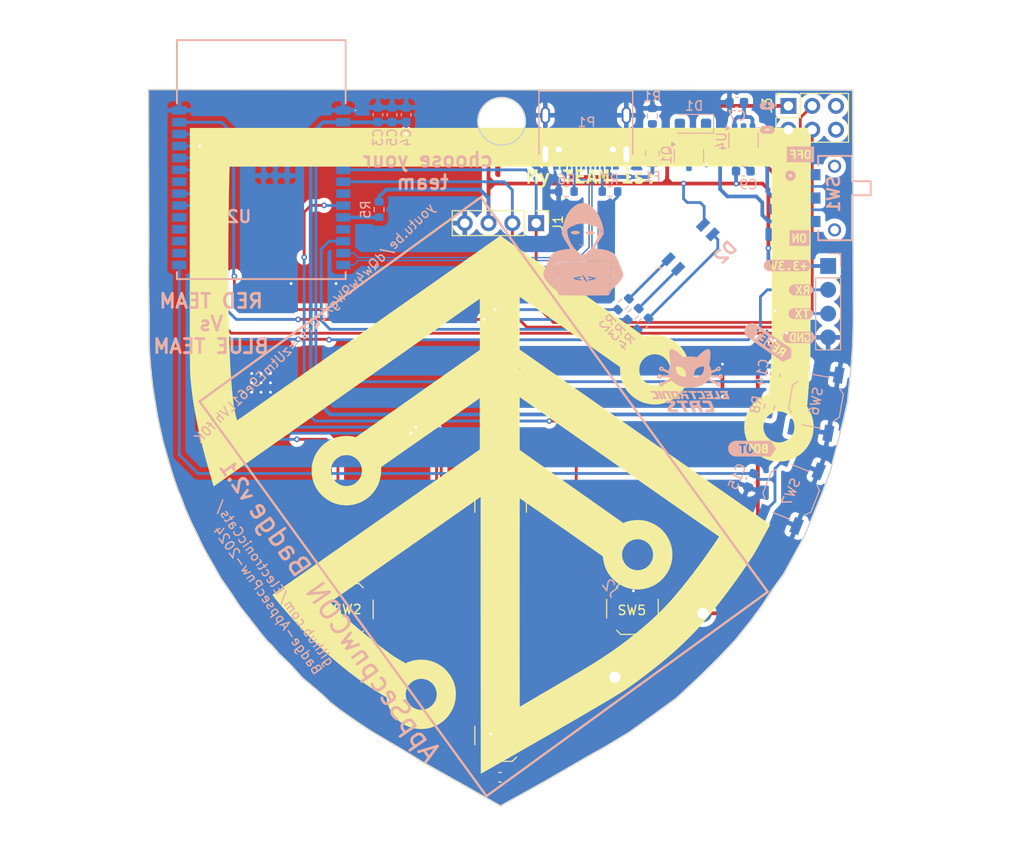
<source format=kicad_pcb>
(kicad_pcb (version 20240108) (generator "pcbnew") (generator_version "8.0")
  (title_block (title "AppsecPnw-2024") (date "2024-04-10") (rev "v2.0") (company "Electronic Cats") (comment 1 "Lizeth Gallegos Martínez"))
  (layers (0 "F.Cu" signal "Top") (31 "B.Cu" signal "Bottom") (34 "B.Paste" user) (35 "F.Paste" user) (36 "B.SilkS" user "B.Silkscreen") (37 "F.SilkS" user "F.Silkscreen") (38 "B.Mask" user) (39 "F.Mask" user) (44 "Edge.Cuts" user))
  (net 0 "")
  (net 1 "GND")
  (net 2 "+3V3")
  (net 3 "Net-(SW1-B)")
  (net 4 "/BACK")
  (net 5 "/DOWN")
  (net 6 "/UP")
  (net 7 "/SELECT")
  (net 8 "/EN")
  (net 9 "/BOOT")
  (net 10 "Net-(D1-K)")
  (net 11 "VBUS")
  (net 12 "Net-(F1-Pad1)")
  (net 13 "/SDA")
  (net 14 "/SCL")
  (net 15 "/TX")
  (net 16 "/RX")
  (net 17 "+BATT")
  (net 18 "Net-(P1-CC)")
  (net 19 "Net-(P1-VCONN)")
  (net 21 "/D-")
  (net 22 "/D+")
  (net 23 "Net-(D2-RK)")
  (net 24 "Net-(D2-GK)")
  (net 25 "Net-(D2-BK)")
  (net 28 "/RED")
  (net 29 "/GREEN")
  (net 30 "/BLUE")
  (net 40 "/IO8")
  (footprint "Capacitor_SMD:C_0603_1608Metric" (layer "F.Cu") (at 185.3 91.45)
    (property "Reference" "C10")
    (property "Value" ".1uF")
  )
  (footprint "Capacitor_SMD:C_0603_1608Metric" (layer "F.Cu") (at 215.375 91.1)
    (property "Reference" "C13" (hide yes))
    (property "Value" ".1uF")
  )
  (footprint "Capacitor_SMD:C_0603_1608Metric" (layer "F.Cu") (at 201.175 80.175)
    (property "Reference" "C12")
    (property "Value" ".1uF")
  )
  (footprint "Button_Switch_SMD:SW_SPST_TL3342" (layer "F.Cu") (at 215.42 87.1)
    (property "Reference" "SW5")
    (property "Value" "RIGTH")
  )
  (footprint "Capacitor_SMD:C_0603_1608Metric" (layer "F.Cu") (at 201.275 105.1)
    (property "Reference" "C11" (hide yes))
    (property "Value" ".1uF")
  )
  (footprint "Badge pnwcon" (layer "F.Cu") (at 198.685 67.275)
    (property "Reference" "Ref**" (hide yes))
    (property "Value" "Val**" (hide yes))
  )
  (footprint "Button_Switch_SMD:SW_SPST_TL3342" (layer "F.Cu") (at 201.36 100.65)
    (property "Reference" "SW3")
    (property "Value" "DOWN")
  )
  (footprint "Connector_PinSocket_2.54mm:PinSocket_2x03_P2.54mm_Vertical" (layer "F.Cu") (at 232.06 33.435 90)
    (property "Reference" "J3")
    (property "Value" "Conn_02x03_Odd_Even")
  )
  (footprint "Button_Switch_SMD:SW_SPST_TL3342" (layer "F.Cu") (at 185.01 87.18)
    (property "Reference" "SW2")
    (property "Value" "LEFT")
  )
  (footprint "Button_Switch_SMD:SW_SPST_TL3342" (layer "F.Cu") (at 201.36 75.82)
    (property "Reference" "SW4")
    (property "Value" "UP")
  )
  (footprint "Footprints:Display OLED 128 x32" (layer "F.Cu") (at 205.15 45.95 -90)
    (property "Reference" "J1")
    (property "Value" "OLED")
  )
  (footprint "Footprints:BAT-TH_BH-AAA-A1AJ024" (layer "B.Cu") (at 218.241581 91.009203 -54)
    (property "Reference" "J2")
    (property "Value" "Battery" (hide yes))
  )
  (footprint "kibuzzard-6616FF4C" (layer "B.Cu") (at 229.93 58.67 145)
    (property "Reference" "kibuzzard-6616FF4C" (hide yes))
    (property "Value" "G***" (hide yes))
  )
  (footprint "Package_TO_SOT_SMD:SOT-23-5" (layer "B.Cu") (at 227.275 37.0875 -90)
    (property "Reference" "U4")
    (property "Value" "AP2112K-3.3")
  )
  (footprint "kibuzzard-663AC028" (layer "B.Cu") (at 231.98 50.48 180)
    (property "Reference" "kibuzzard-663AC028" (hide yes))
    (property "Value" "G***" (hide yes))
  )
  (footprint "Capacitor_SMD:C_0603_1608Metric" (layer "B.Cu") (at 188.275 34.375 90)
    (property "Reference" "C3")
    (property "Value" "1uF")
  )
  (footprint "Capacitor_SMD:C_0603_1608Metric" (layer "B.Cu") (at 227.25 40.4)
    (property "Reference" "C9")
    (property "Value" "10uF")
  )
  (footprint "kibuzzard-6617003A" (layer "B.Cu") (at 233.35 38.61 180)
    (property "Reference" "kibuzzard-6617003A" (hide yes))
    (property "Value" "G***" (hide yes))
  )
  (footprint "Footprints:AAA3528SURKCGKC09" (layer "B.Cu") (at 221.625825 48.47387 -135)
    (property "Reference" "D2")
    (property "Value" "LED_RABG" (hide yes))
  )
  (footprint "Resistor_SMD:R_0603_1608Metric" (layer "B.Cu") (at 188.39 44.5 -90)
    (property "Reference" "R5")
    (property "Value" "3.3K")
  )
  (footprint "Capacitor_SMD:C_0603_1608Metric" (layer "B.Cu") (at 189.775 34.375 90)
    (property "Reference" "C5")
    (property "Value" "10uF")
  )
  (footprint "Capacitor_SMD:C_0603_1608Metric" (layer "B.Cu") (at 230.65674 62.112466 -100)
    (property "Reference" "C14")
    (property "Value" ".1uF")
  )
  (footprint "kibuzzard-66170030" (layer "B.Cu") (at 233.24 47.54 180)
    (property "Reference" "kibuzzard-66170030" (hide yes))
    (property "Value" "G***" (hide yes))
  )
  (footprint "kibuzzard-660EEDFA" (layer "B.Cu") (at 229.8 35.98 180)
    (property "Reference" "kibuzzard-660EEDFA" (hide yes))
    (property "Value" "G***" (hide yes))
  )
  (footprint "Diode_SMD:D_SOD-123F" (layer "B.Cu") (at 221.875 35.345 180)
    (property "Reference" "D1")
    (property "Value" "MBR120")
  )
  (footprint "Button_Switch_SMD:SW_SPST_TL3342" (layer "B.Cu") (at 235 64.95 80)
    (property "Reference" "SW6")
    (property "Value" "RESET")
  )
  (footprint "Aesthetics:electronic_cats_logo_8x6" (layer "B.Cu") (at 221.56 62.76 180)
    (property "Reference" "G***" (hide yes))
    (property "Value" "LOGO" (hide yes))
  )
  (footprint "Resistor_SMD:R_0603_1608Metric" (layer "B.Cu") (at 215.500825 55.64887 45)
    (property "Reference" "R3")
    (property "Value" "330")
  )
  (footprint "LOGO" (layer "B.Cu") (at 210.46 49.04 180)
    (property "Reference" "G***")
    (property "Value" "LOGO" (hide yes))
  )
  (footprint "kibuzzard-660EECB7" (layer "B.Cu") (at 229.8 33.43 180)
    (property "Reference" "kibuzzard-660EECB7" (hide yes))
    (property "Value" "G***" (hide yes))
  )
  (footprint "Capacitor_SMD:C_0603_1608Metric" (layer "B.Cu") (at 191.275 34.375 90)
    (property "Reference" "C4")
    (property "Value" "10uF")
  )
  (footprint "Capacitor_SMD:C_0603_1608Metric" (layer "B.Cu") (at 228.05 73.4 68)
    (property "Reference" "C15")
    (property "Value" ".1uF")
  )
  (footprint "Resistor_SMD:R_0603_1608Metric" (layer "B.Cu") (at 216.55 56.7 45)
    (property "Reference" "R4")
    (property "Value" "330")
  )
  (footprint "Resistor_SMD:R_0603_1608Metric" (layer "B.Cu") (at 217.55 34.525 90)
    (property "Reference" "R1")
    (property "Value" "100K")
  )
  (footprint "Button_Switch_SMD:SW_SPST_TL3342" (layer "B.Cu") (at 232.35 74.65 68)
    (property "Reference" "SW7")
    (property "Value" "BOOT")
  )
  (footprint "Resistor_SMD:R_0603_1608Metric" (layer "B.Cu") (at 230.03174 65.562466 -100)
    (property "Reference" "R8")
    (property "Value" "10K")
  )
  (footprint "Footprints:C393939" (layer "B.Cu") (at 210.449999 38.5875)
    (property "Reference" "P1")
    (property "Value" "USB_C_Plug_USB2.0")
  )
  (footprint "Footprints:ESP32C6WROOM1N4" (layer "B.Cu") (at 175.825 39.17 180)
    (property "Reference" "U2")
    (property "Value" "ESP32-C6-WROOM-1-N4" (hide yes))
  )
  (footprint "Fuse:Fuse_0805_2012Metric" (layer "B.Cu") (at 217.55 38.525 90)
    (property "Reference" "F1")
    (property "Value" "1A")
  )
  (footprint "Resistor_SMD:R_0603_1608Metric" (layer "B.Cu") (at 213.025 42.575 180)
    (property "Reference" "R7")
    (property "Value" "5k1")
  )
  (footprint "kibuzzard-663AC054" (layer "B.Cu") (at 233.23 58.15 180)
    (property "Reference" "kibuzzard-663AC054" (hide yes))
    (property "Value" "G***" (hide yes))
  )
  (footprint "Footprints:JS102011SAQN" (layer "B.Cu") (at 235.237075 43.275 -90)
    (property "Reference" "SW1")
    (property "Value" "ON" (hide yes))
  )
  (footprint "Resistor_SMD:R_0603_1608Metric" (layer "B.Cu") (at 208.375 42.575)
    (property "Reference" "R6")
    (property "Value" "5k1")
  )
  (footprint "Resistor_SMD:R_0603_1608Metric" (layer "B.Cu") (at 214.45 54.6 45)
    (property "Reference" "R2")
    (property "Value" "330")
  )
  (footprint "kibuzzard-663AC038" (layer "B.Cu") (at 233.45 53.07 180)
    (property "Reference" "kibuzzard-663AC038" (hide yes))
    (property "Value" "G***" (hide yes))
  )
  (footprint "kibuzzard-6616FF56" (layer "B.Cu") (at 228.19 70.02 180)
    (property "Reference" "kibuzzard-6616FF56" (hide yes))
    (property "Value" "G***" (hide yes))
  )
  (footprint "Capacitor_SMD:C_0603_1608Metric" (layer "B.Cu") (at 226.55 33.05 180)
    (property "Reference" "C7")
    (property "Value" "10uF")
  )
  (footprint "Package_TO_SOT_SMD:SOT-23" (layer "B.Cu") (at 221.45 38.7125 -90)
    (property "Reference" "Q1")
    (property "Value" "DMG3415U-7")
  )
  (footprint "kibuzzard-663AC049" (layer "B.Cu") (at 233.43 55.61 180)
    (property "Reference" "kibuzzard-663AC049" (hide yes))
    (property "Value" "G***" (hide yes))
  )
  (footprint "Footprints:PinHeader_1x04_P2.54mm_Vertical" (layer "B.Cu") (at 236.3 50.525 180)
    (property "Reference" "J5" (hide yes))
    (property "Value" "UART")
  )
  (gr_line (start 237.94 66.915) (end 236.53 72.425) (stroke (width 0.15)) (layer "Edge.Cuts"))
  (gr_line (start 172.74 85.635) (end 171.53 83.885) (stroke (width 0.15)) (layer "Edge.Cuts"))
  (gr_line (start 238.98 56.455) (end 238.93 58.695) (stroke (width 0.15)) (layer "Edge.Cuts"))
  (gr_line (start 168.03 77.135) (end 167.66 76.295) (stroke (width 0.15)) (layer "Edge.Cuts"))
  (gr_line (start 171.53 83.885) (end 170.72 82.455) (stroke (width 0.15)) (layer "Edge.Cuts"))
  (gr_circle (center 201.469297 35.075) (end 204.009297 35.075) (stroke (width 0.15)) (fill none) (layer "Edge.Cuts"))
  (gr_line (start 238.92 31.745) (end 238.98 56.455) (stroke (width 0.15)) (layer "Edge.Cuts"))
  (gr_line (start 210.89 102.745) (end 206.02 105.565) (stroke (width 0.15)) (layer "Edge.Cuts"))
  (gr_line (start 169.54 80.355) (end 168.94 79.065) (stroke (width 0.15)) (layer "Edge.Cuts"))
  (gr_line (start 238.93 58.695) (end 238.79 60.835) (stroke (width 0.15)) (layer "Edge.Cuts"))
  (gr_line (start 163.79 31.695) (end 238.92 31.745) (stroke (width 0.15)) (layer "Edge.Cuts"))
  (gr_line (start 229.25 86.755) (end 228.05 88.385) (stroke (width 0.15)) (layer "Edge.Cuts"))
  (gr_line (start 215.12 100.265) (end 212.44 101.885) (stroke (width 0.15)) (layer "Edge.Cuts"))
  (gr_line (start 180.25 94.525) (end 178.92 93.055) (stroke (width 0.15)) (layer "Edge.Cuts"))
  (gr_line (start 181.31 95.405) (end 180.25 94.525) (stroke (width 0.15)) (layer "Edge.Cuts"))
  (gr_line (start 177.01 91.085) (end 176.48 90.565) (stroke (width 0.15)) (layer "Edge.Cuts"))
  (gr_line (start 175.91 89.895) (end 175.12 88.865) (stroke (width 0.15)) (layer "Edge.Cuts"))
  (gr_line (start 170.1 81.385) (end 169.54 80.355) (stroke (width 0.15)) (layer "Edge.Cuts"))
  (gr_line (start 176.48 90.565) (end 175.91 89.895) (stroke (width 0.15)) (layer "Edge.Cuts"))
  (gr_line (start 166.12 71.955) (end 165.93 71.325) (stroke (width 0.15)) (layer "Edge.Cuts"))
  (gr_line (start 164.23 63.295) (end 164.13 62.405) (stroke (width 0.15)) (layer "Edge.Cuts"))
  (gr_line (start 163.86 59.015) (end 163.86 55.925) (stroke (width 0.15)) (layer "Edge.Cuts"))
  (gr_line (start 228.05 88.385) (end 226.39 90.455) (stroke (width 0.15)) (layer "Edge.Cuts"))
  (gr_line (start 177.7 91.885) (end 177.01 91.085) (stroke (width 0.15)) (layer "Edge.Cuts"))
  (gr_line (start 224.6 92.355) (end 222.68 94.255) (stroke (width 0.15)) (layer "Edge.Cuts"))
  (gr_line (start 167.22 75.095) (end 166.98 74.545) (stroke (width 0.15)) (layer "Edge.Cuts"))
  (gr_line (start 165.34 69.225) (end 165.12 68.235) (stroke (width 0.15)) (layer "Edge.Cuts"))
  (gr_line (start 165.12 68.235) (end 165.01 67.785) (stroke (width 0.15)) (layer "Edge.Cuts"))
  (gr_line (start 234.03 78.725) (end 233.5 79.845) (stroke (width 0.15)) (layer "Edge.Cuts"))
  (gr_line (start 164.76 66.575) (end 164.55 65.325) (stroke (width 0.15)) (layer "Edge.Cuts"))
  (gr_line (start 165.01 67.785) (end 164.76 66.575) (stroke (width 0.15)) (layer "Edge.Cuts"))
  (gr_line (start 163.86 55.925) (end 163.81 52.015) (stroke (width 0.15)) (layer "Edge.Cuts"))
  (gr_line (start 220.11 96.655) (end 218.17 98.065) (stroke (width 0.15)) (layer "Edge.Cuts"))
  (gr_line (start 196.1 105.195) (end 192.9 103.395) (stroke (width 0.15)) (layer "Edge.Cuts"))
  (gr_line (start 183.14 97.065) (end 182.38 96.325) (stroke (width 0.15)) (layer "Edge.Cuts"))
  (gr_line (start 212.44 101.885) (end 210.89 102.745) (stroke (width 0.15)) (layer "Edge.Cuts"))
  (gr_line (start 166.98 74.545) (end 166.63 73.565) (stroke (width 0.15)) (layer "Edge.Cuts"))
  (gr_line (start 235.61 74.895) (end 234.03 78.725) (stroke (width 0.15)) (layer "Edge.Cuts"))
  (gr_line (start 165.65 70.345) (end 165.34 69.225) (stroke (width 0.15)) (layer "Edge.Cuts"))
  (gr_line (start 170.72 82.455) (end 170.1 81.385) (stroke (width 0.15)) (layer "Edge.Cuts"))
  (gr_line (start 168.29 77.755) (end 168.03 77.135) (stroke (width 0.15)) (layer "Edge.Cuts"))
  (gr_line (start 187.64 100.235) (end 186.26 99.335) (stroke (width 0.15)) (layer "Edge.Cuts"))
  (gr_line (start 192.9 103.395) (end 191.58 102.565) (stroke (width 0.15)) (layer "Edge.Cuts"))
  (gr_line (start 236.53 72.425) (end 235.61 74.895) (stroke (width 0.15)) (layer "Edge.Cuts"))
  (gr_line (start 238.79 60.835) (end 238.38 64.935) (stroke (width 0.15)) (layer "Edge.Cuts"))
  (gr_line (start 233.5 79.845) (end 231.55 83.405) (stroke (width 0.15)) (layer "Edge.Cuts"))
  (gr_line (start 168.94 79.065) (end 168.29 77.755) (stroke (width 0.15)) (layer "Edge.Cuts"))
  (gr_line (start 167.66 76.295) (end 167.48 75.795) (stroke (width 0.15)) (layer "Edge.Cuts"))
  (gr_line (start 167.48 75.795) (end 167.22 75.095) (stroke (width 0.15)) (layer "Edge.Cuts"))
  (gr_line (start 206.02 105.565) (end 201.35 108.155) (stroke (width 0.15)) (layer "Edge.Cuts"))
  (gr_line (start 238.38 64.935) (end 237.94 66.915) (stroke (width 0.15)) (layer "Edge.Cuts"))
  (gr_line (start 222.68 94.255) (end 220.11 96.655) (stroke (width 0.15)) (layer "Edge.Cuts"))
  (gr_line (start 201.35 108.155) (end 196.1 105.195) (stroke (width 0.15)) (layer "Edge.Cuts"))
  (gr_line (start 230.31 85.125) (end 229.25 86.755) (stroke (width 0.15)) (layer "Edge.Cuts"))
  (gr_line (start 226.39 90.455) (end 224.6 92.355) (stroke (width 0.15)) (layer "Edge.Cuts"))
  (gr_line (start 175.12 88.865) (end 173.53 86.845) (stroke (width 0.15)) (layer "Edge.Cuts"))
  (gr_line (start 166.33 72.675) (end 166.12 71.955) (stroke (width 0.15)) (layer "Edge.Cuts"))
  (gr_line (start 218.17 98.065) (end 215.12 100.265) (stroke (width 0.15)) (layer "Edge.Cuts"))
  (gr_line (start 186.26 99.335) (end 184.39 98.035) (stroke (width 0.15)) (layer "Edge.Cuts"))
  (gr_line (start 165.93 71.325) (end 165.65 70.345) (stroke (width 0.15)) (layer "Edge.Cuts"))
  (gr_line (start 191.58 102.565) (end 187.64 100.235) (stroke (width 0.15)) (layer "Edge.Cuts"))
  (gr_line (start 184.39 98.035) (end 183.14 97.065) (stroke (width 0.15)) (layer "Edge.Cuts"))
  (gr_line (start 164.13 62.405) (end 163.98 60.875) (stroke (width 0.15)) (layer "Edge.Cuts"))
  (gr_line (start 163.98 60.875) (end 163.86 59.015) (stroke (width 0.15)) (layer "Edge.Cuts"))
  (gr_line (start 178.92 93.055) (end 177.7 91.885) (stroke (width 0.15)) (layer "Edge.Cuts"))
  (gr_line (start 163.81 52.015) (end 163.83 47.975) (stroke (width 0.15)) (layer "Edge.Cuts"))
  (gr_line (start 173.53 86.845) (end 172.74 85.635) (stroke (width 0.15)) (layer "Edge.Cuts"))
  (gr_line (start 164.55 65.325) (end 164.23 63.295) (stroke (width 0.15)) (layer "Edge.Cuts"))
  (gr_line (start 163.83 47.975) (end 163.79 31.695) (stroke (width 0.15)) (layer "Edge.Cuts"))
  (gr_line (start 231.55 83.405) (end 230.31 85.125) (stroke (width 0.15)) (layer "Edge.Cuts"))
  (gr_line (start 182.38 96.325) (end 181.31 95.405) (stroke (width 0.15)) (layer "Edge.Cuts"))
  (gr_line (start 166.63 73.565) (end 166.33 72.675) (stroke (width 0.15)) (layer "Edge.Cuts"))
  (gr_text "RED TEAM\nVs\nBLUE TEAM" (at 170.47 56.68 0) (layer "B.SilkS") (effects (font (size 1.5 1.5) (thickness 0.3)) (justify mirror)))
  (gr_text "github.com/ElectronicCats/\nBadge-AppsecPnw-2024" (at 181.53 94.4 305) (layer "B.SilkS") (effects (font (size 1 1)) (justify left bottom mirror)))
  (gr_text "AppSecpnwCON Badge" (at 184.69 89.49 305) (layer "B.SilkS") (effects (font (size 2 2) (thickness 0.3)) (justify mirror)))
  (gr_text "choose your \nteam" (at 193.03 42.47 0) (layer "B.SilkS") (effects (font (size 1.5 1.5) (thickness 0.3) (bold yes)) (justify bottom mirror)))
  (gr_text "youtu.be/dQw4w9WgXcQ?si=zUtmE9e61LVhIf0K" (at 194.53 44.42 45) (layer "B.SilkS") (effects (font (size 1 1)) (justify left bottom mirror)))
  (gr_text "v2.1" (at 173.27 73.47 305) (layer "B.SilkS") (effects (font (size 1.5 1.5) (thickness 0.3)) (justify mirror)))
  (gr_text "My TEAM is:" (at 204.13 41.99 0) (layer "F.SilkS") (effects (font (size 1.5 1.5) (thickness 0.3) (bold yes)) (justify left bottom)))
  (segment (start 225 64.475) (end 225.025 64.45) (width 0.4) (layer "F.Cu") (net 1))
  (segment (start 215.525 85.2) (end 218.57 85.2) (width 0.3) (layer "F.Cu") (net 1))
  (segment (start 225.025 64.45) (end 225.025 61) (width 0.4) (layer "F.Cu") (net 1))
  (segment (start 214.6 91.1) (end 214.6 93.36764) (width 0.3) (layer "F.Cu") (net 1))
  (segment (start 214.6 93.36764) (end 213.549283 94.418357) (width 0.3) (layer "F.Cu") (net 1))
  (segment (start 204.51 73.92) (end 198.21 73.92) (width 0.3) (layer "F.Cu") (net 1))
  (segment (start 198.21 98.75) (end 204.51 98.75) (width 0.3) (layer "F.Cu") (net 1))
  (segment (start 212.27 85.2) (end 215.525 85.2) (width 0.3) (layer "F.Cu") (net 1))
  (via (at 179 52.4) (size 0.6) (drill 0.3) (layers "F.Cu" "B.Cu") (net 1))
  (via (at 174.8 63) (size 0.6) (drill 0.3) (layers "F.Cu" "B.Cu") (net 1))
  (via (at 176.8 63) (size 0.6) (drill 0.3) (layers "F.Cu" "B.Cu") (net 1))
  (via (at 175.8 64) (size 0.6) (drill 0.3) (layers "F.Cu" "B.Cu") (net 1))
  (via (at 225.025 61) (size 0.6) (drill 0.3) (layers "F.Cu" "B.Cu") (net 1))
  (via (at 176.8 62) (size 0.6) (drill 0.3) (layers "F.Cu" "B.Cu") (net 1))
  (via (at 225 64.475) (size 0.6) (drill 0.3) (layers "F.Cu" "B.Cu") (net 1))
  (via (at 215.525 85.2) (size 0.6) (drill 0.3) (layers "F.Cu" "B.Cu") (net 1))
  (via (at 176.8 64) (size 0.6) (drill 0.3) (layers "F.Cu" "B.Cu") (net 1))
  (via (at 174.8 64) (size 0.6) (drill 0.3) (layers "F.Cu" "B.Cu") (net 1))
  (via (at 174.8 62) (size 0.6) (drill 0.3) (layers "F.Cu" "B.Cu") (net 1))
  (via (at 200.3 100.475) (size 0.6) (drill 0.3) (layers "F.Cu" "B.Cu") (net 1))
  (via (at 183.8 52.4) (size 0.6) (drill 0.3) (layers "F.Cu" "B.Cu") (net 1))
  (via (at 175.8 63) (size 0.6) (drill 0.3) (layers "F.Cu" "B.Cu") (net 1))
  (via (at 175.8 62) (size 0.6) (drill 0.3) (layers "F.Cu" "B.Cu") (net 1))
  (segment (start 177.33 40.88) (end 178.58 40.88) (width 0.4) (layer "B.Cu") (net 1))
  (segment (start 178.58 39.63) (end 177.33 39.63) (width 0.4) (layer "B.Cu") (net 1))
  (segment (start 206.954998 39.4125) (end 206.129999 38.587501) (width 0.4) (layer "B.Cu") (net 1))
  (segment (start 213.85 42.575) (end 213.85 43.12) (width 0.3) (layer "B.Cu") (net 1))
  (segment (start 227.275 36.65) (end 227.275 35.95) (width 0.4) (layer "B.Cu") (net 1))
  (segment (start 227.275 37.075) (end 227.275 36.65) (width 0.4) (layer "B.Cu") (net 1))
  (segment (start 177.33 38.38) (end 178.58 38.38) (width 0.4) (layer "B.Cu") (net 1))
  (segment (start 227.275 36.65) (end 226.85 37.075) (width 0.4) (layer "B.Cu") (net 1))
  (segment (start 177.33 39.63) (end 177.33 40.88) (width 0.4) (layer "B.Cu") (net 1))
  (segment (start 226.85 37.075) (end 225.175 37.075) (width 0.4) (layer "B.Cu") (net 1))
  (segment (start 176.08 39.63) (end 176.08 38.38) (width 0.4) (layer "B.Cu") (net 1))
  (segment (start 213.85 43.12) (end 212.89 44.08) (width 0.3) (layer "B.Cu") (net 1))
  (segment (start 178.58 39.63) (end 178.58 40.88) (width 0.4) (layer "B.Cu") (net 1))
  (segment (start 213.944998 39.4125) (end 214.769999 38.587499) (width 0.4) (layer "B.Cu") (net 1))
  (segment (start 177.33 38.38) (end 177.33 39.63) (width 0.4) (layer "B.Cu") (net 1))
  (segment (start 226.85 37.075) (end 227.275 37.5) (width 0.4) (layer "B.Cu") (net 1))
  (segment (start 227.275 39.65) (end 227.275 37.625) (width 0.4) (layer "B.Cu") (net 1))
  (segment (start 178.58 38.38) (end 178.58 39.63) (width 0.4) (layer "B.Cu") (net 1))
  (segment (start 176.08 38.38) (end 177.33 38.38) (width 0.4) (layer "B.Cu") (net 1))
  (segment (start 177.33 39.63) (end 176.08 39.63) (width 0.4) (layer "B.Cu") (net 1))
  (segment (start 225.175 37.075) (end 225.15 37.05) (width 0.4) (layer "B.Cu") (net 1))
  (segment (start 213.65 39.4125) (end 213.944998 39.4125) (width 0.4) (layer "B.Cu") (net 1))
  (segment (start 176.08 39.63) (end 176.08 40.88) (width 0.4) (layer "B.Cu") (net 1))
  (segment (start 207.25 39.4125) (end 206.954998 39.4125) (width 0.4) (layer "B.Cu") (net 1))
  (segment (start 227.275 37.625) (end 227.275 37.075) (width 0.4) (layer "B.Cu") (net 1))
  (segment (start 228.025 40.4) (end 227.275 39.65) (width 0.4) (layer "B.Cu") (net 1))
  (segment (start 227.275 37.5) (end 227.275 37.625) (width 0.4) (layer "B.Cu") (net 1))
  (segment (start 176.08 40.88) (end 177.33 40.88) (width 0.4) (layer "B.Cu") (net 1))
  (segment (start 227.275 37.075) (end 226.85 37.075) (width 0.4) (layer "B.Cu") (net 1))
  (segment (start 200.07 41.1) (end 200.07 41.12) (width 0.4) (layer "F.Cu") (net 2))
  (segment (start 191.275 36.44) (end 191.275 37.45) (width 0.4) (layer "F.Cu") (net 2))
  (segment (start 200.07 42.325) (end 200.07 41.75) (width 0.4) (layer "F.Cu") (net 2))
  (segment (start 226.5 41.725) (end 220.875 41.725) (width 0.4) (layer "F.Cu") (net 2))
  (segment (start 191.275 37.45) (end 192.2 38.375) (width 0.4) (layer "F.Cu") (net 2))
  (segment (start 200.095 41.725) (end 200.07 41.75) (width 0.4) (layer "F.Cu") (net 2))
  (segment (start 200.675 41.725) (end 200.095 41.725) (width 0.4) (layer "F.Cu") (net 2))
  (segment (start 229.3 41.725) (end 226.5 41.725) (width 0.4) (layer "F.Cu") (net 2))
  (segment (start 200.07 41.12) (end 200.675 41.725) (width 0.4) (layer "F.Cu") (net 2))
  (segment (start 198.8 38.375) (end 200.07 39.645) (width 0.4) (layer "F.Cu") (net 2))
  (segment (start 219.125 41.725) (end 218.675 41.725) (width 0.4) (layer "F.Cu") (net 2))
  (segment (start 229.925 42.35) (end 229.3 41.725) (width 0.4) (layer "F.Cu") (net 2))
  (segment (start 229.925 48.625) (end 229.925 42.35) (width 0.4) (layer "F.Cu") (net 2))
  (segment (start 219.125 41.275) (end 218.675 41.725) (width 0.4) (layer "F.Cu") (net 2))
  (segment (start 200.07 39.645) (end 200.07 41.1) (width 0.4) (layer "F.Cu") (net 2))
  (segment (start 219.125 34.15) (end 219.125 41) (width 0.4) (layer "F.Cu") (net 2))
  (segment (start 219.125 41) (end 219.125 41.275) (width 0.4) (layer "F.Cu") (net 2))
  (segment (start 219.125 41.25) (end 219.6 41.725) (width 0.4) (layer "F.Cu") (net 2))
  (segment (start 218.675 41.725) (end 200.675 41.725) (width 0.4) (layer "F.Cu") (net 2))
  (segment (start 219.125 41) (end 219.125 41.25) (width 0.4) (layer "F.Cu") (net 2))
  (segment (start 219.84 33.435) (end 219.125 34.15) (width 0.4) (layer "F.Cu") (net 2))
  (segment (start 220.875 41.725) (end 219.6 41.725) (width 0.4) (layer "F.Cu") (net 2))
  (segment (start 219.125 41) (end 219.125 41.725) (width 0.4) (layer "F.Cu") (net 2))
  (segment (start 200.07 45.95) (end 200.07 42.325) (width 0.4) (layer "F.Cu") (net 2))
  (segment (start 200.07 41.75) (end 200.07 41.1) (width 0.4) (layer "F.Cu") (net 2))
  (segment (start 200.075 42.325) (end 200.07 42.325) (width 0.4) (layer "F.Cu") (net 2))
  (segment (start 232.06 33.435) (end 219.84 33.435) (width 0.4) (layer "F.Cu") (net 2))
  (segment (start 200.675 41.725) (end 200.075 42.325) (width 0.4) (layer "F.Cu") (net 2))
  (segment (start 219.6 41.725) (end 219.125 41.725) (width 0.4) (layer "F.Cu") (net 2))
  (segment (start 192.2 38.375) (end 198.8 38.375) (width 0.4) (layer "F.Cu") (net 2))
  (via (at 229.925 48.625) (size 0.6) (drill 0.3) (layers "F.Cu" "B.Cu") (net 2))
  (via (at 226.5 41.725) (size 0.6) (drill 0.3) (layers "F.Cu" "B.Cu") (net 2))
  (via (at 191.275 36.44) (size 0.6) (drill 0.3) (layers "F.Cu" "B.Cu") (net 2))
  (via (at 220.875 41.725) (size 0.6) (drill 0.3) (layers "F.Cu" "B.Cu") (net 2))
  (segment (start 230.6 50.525) (end 236.3 50.525) (width 0.4) (layer "B.Cu") (net 2))
  (segment (start 226.325 40.25) (end 226.475 40.4) (width 0.4) (layer "B.Cu") (net 2))
  (segment (start 189.775 35.15) (end 191.275 35.15) (width 0.4) (layer "B.Cu") (net 2))
  (segment (start 222.65 43.75) (end 221.275 43.75) (width 0.3) (layer "B.Cu") (net 2))
  (segment (start 188.39 43.13) (end 189.15 42.37) (width 0.4) (layer "B.Cu") (net 2))
  (segment (start 182.395 35.18) (end 181.1 36.475) (width 0.4) (layer "B.Cu") (net 2))
  (segment (start 188.245 35.18) (end 188.275 35.15) (width 0.4) (layer "B.Cu") (net 2))
  (segment (start 183.174932 66.374932) (end 229.88848 66.374932) (width 0.4) (layer "B.Cu") (net 2))
  (segment (start 181.1 64.3) (end 183.174932 66.374932) (width 0.4) (layer "B.Cu") (net 2))
  (segment (start 200.07 43.29) (end 200.07 45.95) (width 0.4) (layer "B.Cu") (net 2))
  (segment (start 184.575 35.18) (end 188.245 35.18) (width 0.4) (layer "B.Cu") (net 2))
  (segment (start 226.475 40.4) (end 226.475 41.7) (width 0.4) (layer "B.Cu") (net 2))
  (segment (start 181.1 36.475) (end 181.1 64.3) (width 0.4) (layer "B.Cu") (net 2))
  (segment (start 223.075 45.99939) (end 223.075 44.175) (width 0.3) (layer "B.Cu") (net 2))
  (segment (start 191.275 36.44) (end 191.275 35.15) (width 0.4) (layer "B.Cu") (net 2))
  (segment (start 189.15 42.37) (end 199.15 42.37) (width 0.4) (layer "B.Cu") (net 2))
  (segment (start 221.275 43.75) (end 220.875 43.35) (width 0.3) (layer "B.Cu") (net 2))
  (segment (start 222.95165 46.12274) (end 223.075 45.99939) (width 0.3) (layer "B.Cu") (net 2))
  (segment (start 220.875 43.35) (end 220.875 41.725) (width 0.3) (layer "B.Cu") (net 2))
  (segment (start 188.275 35.15) (end 189.775 35.15) (width 0.4) (layer "B.Cu") (net 2))
  (segment (start 229.925 48.625) (end 229.925 49.85) (width 0.4) (layer "B.Cu") (net 2))
  (segment (start 226.475 41.7) (end 226.5 41.725) (width 0.4) (layer "B.Cu") (net 2))
  (segment (start 223.075 44.175) (end 222.65 43.75) (width 0.3) (layer "B.Cu") (net 2))
  (segment (start 229.925 49.85) (end 230.6 50.525) (width 0.4) (layer "B.Cu") (net 2))
  (segment (start 184.575 35.18) (end 182.395 35.18) (width 0.4) (layer "B.Cu") (net 2))
  (segment (start 226.325 38.225) (end 226.325 40.25) (width 0.4) (layer "B.Cu") (net 2))
  (segment (start 188.39 43.675) (end 188.39 43.13) (width 0.4) (layer "B.Cu") (net 2))
  (segment (start 199.15 42.37) (end 200.07 43.29) (width 0.4) (layer "B.Cu") (net 2))
  (segment (start 227.05 34.625) (end 226.625 34.625) (width 0.4) (layer "B.Cu") (net 3))
  (segment (start 229.8 42.575) (end 229.8 36.65) (width 0.4) (layer "B.Cu") (net 3))
  (segment (start 227.325 34.175) (end 227.325 34.35) (width 0.4) (layer "B.Cu") (net 3))
  (segment (start 229.1 35.95) (end 228.225 35.95) (width 0.4) (layer "B.Cu") (net 3))
  (segment (start 230.5 43.275) (end 229.8 42.575) (width 0.4) (layer "B.Cu") (net 3))
  (segment (start 227.325 34.35) (end 227.6 34.625) (width 0.4) (layer "B.Cu") (net 3))
  (segment (start 227.6 34.625) (end 227.325 34.625) (width 0.4) (layer "B.Cu") (net 3))
  (segment (start 228.225 35.95) (end 228.225 34.85) (width 0.4) (layer "B.Cu") (net 3))
  (segment (start 229.8 36.65) (end 229.1 35.95) (width 0.4) (layer "B.Cu") (net 3))
  (segment (start 228.225 34.85) (end 228 34.625) (width 0.4) (layer "B.Cu") (net 3))
  (segment (start 227.325 34.35) (end 227.05 34.625) (width 0.4) (layer "B.Cu") (net 3))
  (segment (start 234.237075 43.275) (end 230.5 43.275) (width 0.4) (layer "B.Cu") (net 3))
  (segment (start 226.625 34.625) (end 226.325 34.925) (width 0.4) (layer "B.Cu") (net 3))
  (segment (start 226.325 34.925) (end 226.325 35.95) (width 0.4) (layer "B.Cu") (net 3))
  (segment (start 228 34.625) (end 227.6 34.625) (width 0.4) (layer "B.Cu") (net 3))
  (segment (start 227.325 34.175) (end 227.325 34.625) (width 0.4) (layer "B.Cu") (net 3))
  (segment (start 227.325 34.625) (end 227.05 34.625) (width 0.4) (layer "B.Cu") (net 3))
  (segment (start 227.325 33.05) (end 227.325 34.175) (width 0.4) (layer "B.Cu") (net 3))
  (segment (start 186.075 89.5) (end 186.495 89.08) (width 0.3) (layer "F.Cu") (net 4))
  (segment (start 184 88.55) (end 184 88.705) (width 0.3) (layer "F.Cu") (net 4))
  (segment (start 184 88.55) (end 184 88.73) (width 0.3) (layer "F.Cu") (net 4))
  (segment (start 186.075 91.45) (end 186.075 89.5) (width 0.3) (layer "F.Cu") (net 4))
  (segment (start 185.655 89.08) (end 186.075 89.5) (width 0.3) (layer "F.Cu") (net 4))
  (segment (start 184 88.73) (end 183.65 89.08) (width 0.3) (layer "F.Cu") (net 4))
  (segment (start 186.495 89.08) (end 186.5 89.08) (width 0.3) (layer "F.Cu") (net 4))
  (segment (start 184.375 89.08) (end 185.65 89.08) (width 0.3) (layer "F.Cu") (net 4))
  (segment (start 186.075 89.08) (end 186.5 89.08) (width 0.3) (layer "F.Cu") (net 4))
  (segment (start 185.65 89.08) (end 185.655 89.08) (width 0.3) (layer "F.Cu") (net 4))
  (segment (start 181.86 89.08) (end 183.65 89.08) (width 0.3) (layer "F.Cu") (net 4))
  (segment (start 185.65 89.08) (end 186.075 89.08) (width 0.3) (layer "F.Cu") (net 4))
  (segment (start 186.5 89.08) (end 188.16 89.08) (width 0.3) (layer "F.Cu") (net 4))
  (segment (start 179.625 69.025) (end 182.725 69.025) (width 0.3) (layer "F.Cu") (net 4))
  (segment (start 184 88.705) (end 184.375 89.08) (width 0.3) (layer "F.Cu") (net 4))
  (segment (start 186.075 89.5) (end 186.075 89.08) (width 0.3) (layer "F.Cu") (net 4))
  (segment (start 182.725 69.025) (end 184 70.3) (width 0.3) (layer "F.Cu") (net 4))
  (segment (start 184 70.3) (end 184 88.55) (width 0.3) (layer "F.Cu") (net 4))
  (segment (start 184 89.08) (end 184.375 89.08) (width 0.3) (layer "F.Cu") (net 4))
  (segment (start 184 88.55) (end 184 89.08) (width 0.3) (layer "F.Cu") (net 4))
  (segment (start 183.65 89.08) (end 184 89.08) (width 0.3) (layer "F.Cu") (net 4))
  (via (at 179.625 69.025) (size 0.6) (drill 0.3) (layers "F.Cu" "B.Cu") (net 4))
  (segment (start 167.075 44.07) (end 168.495 44.07) (width 0.3) (layer "B.Cu") (net 4))
  (segment (start 169.4 44.975) (end 169.4 67.725) (width 0.3) (layer "B.Cu") (net 4))
  (segment (start 170.7 69.025) (end 179.625 69.025) (width 0.3) (layer "B.Cu") (net 4))
  (segment (start 169.4 67.725) (end 170.7 69.025) (width 0.3) (layer "B.Cu") (net 4))
  (segment (start 168.495 44.07) (end 169.4 44.975) (width 0.3) (layer "B.Cu") (net 4))
  (segment (start 194.525 101.45) (end 195.625 102.55) (width 0.3) (layer "F.Cu") (net 5))
  (segment (start 202.05 103.05) (end 202.05 102.55) (width 0.3) (layer "F.Cu") (net 5))
  (segment (start 194.525 69.4) (end 194.525 101.45) (width 0.3) (layer "F.Cu") (net 5))
  (segment (start 199.95 102.55) (end 200.3 102.55) (width 0.3) (layer "F.Cu") (net 5))
  (segment (start 201.575 102.55) (end 202.05 103.025) (width 0.3) (layer "F.Cu") (net 5))
  (segment (start 198.21 102.55) (end 199.95 102.55) (width 0.3) (layer "F.Cu") (net 5))
  (segment (start 191.775 68.375) (end 193.5 68.375) (width 0.3) (layer "F.Cu") (net 5))
  (segment (start 202.05 103.025) (end 202.05 103.05) (width 0.3) (layer "F.Cu") (net 5))
  (segment (start 200.65 102.55) (end 201.575 102.55) (width 0.3) (layer "F.Cu") (net 5))
  (segment (start 202.05 102.55) (end 202.55 102.55) (width 0.3) (layer "F.Cu") (net 5))
  (segment (start 201.575 102.55) (end 202.05 102.55) (width 0.3) (layer "F.Cu") (net 5))
  (segment (start 195.625 102.55) (end 198.21 102.55) (width 0.3) (layer "F.Cu") (net 5))
  (segment (start 193.5 68.375) (end 194.525 69.4) (width 0.3) (layer "F.Cu") (net 5))
  (segment (start 202.05 103.05) (end 202.55 102.55) (width 0.3) (layer "F.Cu") (net 5))
  (segment (start 200.3 102.55) (end 200.65 102.55) (width 0.3) (layer "F.Cu") (net 5))
  (segment (start 202.05 105.1) (end 202.05 103.05) (width 0.3) (layer "F.Cu") (net 5))
  (segment (start 202.55 102.55) (end 204.51 102.55) (width 0.3) (layer "F.Cu") (net 5))
  (via (at 191.775 68.375) (size 0.6) (drill 0.3) (layers "F.Cu" "B.Cu") (net 5))
  (segment (start 171.75 68.375) (end 170.3 66.925) (width 0.3) (layer "B.Cu") (net 5))
  (segment (start 169.425 42.8) (end 167.075 42.8) (width 0.3) (layer "B.Cu") (net 5))
  (segment (start 170.3 66.925) (end 170.3 43.675) (width 0.3) (layer "B.Cu") (net 5))
  (segment (start 170.3 43.675) (end 169.425 42.8) (width 0.3) (layer "B.Cu") (net 5))
  (segment (start 191.775 68.375) (end 171.75 68.375) (width 0.3) (layer "B.Cu") (net 5))
  (segment (start 201.6 77.725) (end 201.95 78.075) (width 0.3) (layer "F.Cu") (net 6))
  (segment (start 198.21 77.72) (end 200.175 77.72) (width 0.3) (layer "F.Cu") (net 6))
  (segment (start 201.95 77.72) (end 202.3 77.72) (width 0.3) (layer "F.Cu") (net 6))
  (segment (start 200.175 77.72) (end 200.525 77.72) (width 0.3) (layer "F.Cu") (net 6))
  (segment (start 201.95 78.075) (end 201.95 78.07) (width 0.3) (layer "F.Cu") (net 6))
  (segment (start 195.025 76.9) (end 195.845 77.72) (width 0.3) (layer "F.Cu") (net 6))
  (segment (start 195.025 68.575) (end 195.025 76.9) (width 0.3) (layer "F.Cu") (net 6))
  (segment (start 192.3 67.725) (end 194.175 67.725) (width 0.3) (layer "F.Cu") (net 6))
  (segment (start 201.95 78.075) (end 201.95 77.72) (width 0.3) (layer "F.Cu") (net 6))
  (segment (start 194.175 67.725) (end 195.025 68.575) (width 0.3) (layer "F.Cu") (net 6))
  (segment (start 201.6 77.72) (end 201.95 77.72) (width 0.3) (layer "F.Cu") (net 6))
  (segment (start 201.95 80.175) (end 201.95 78.075) (width 0.3) (layer "F.Cu") (net 6))
  (segment (start 200.525 77.72) (end 200.875 77.72) (width 0.3) (layer "F.Cu") (net 6))
  (segment (start 200.875 77.72) (end 201.6 77.72) (width 0.3) (layer "F.Cu") (net 6))
  (segment (start 201.95 78.07) (end 202.3 77.72) (width 0.3) (layer "F.Cu") (net 6))
  (segment (start 202.3 77.72) (end 204.51 77.72) (width 0.3) (layer "F.Cu") (net 6))
  (segment (start 201.6 77.72) (end 201.6 77.725) (width 0.3) (layer "F.Cu") (net 6))
  (segment (start 195.845 77.72) (end 198.21 77.72) (width 0.3) (layer "F.Cu") (net 6))
  (via (at 192.3 67.725) (size 0.6) (drill 0.3) (layers "F.Cu" "B.Cu") (net 6))
  (segment (start 172.65 67.725) (end 171.1 66.175) (width 0.3) (layer "B.Cu") (net 6))
  (segment (start 192.3 67.725) (end 172.65 67.725) (width 0.3) (layer "B.Cu") (net 6))
  (segment (start 171.1 66.175) (end 171.1 41.325) (width 0.3) (layer "B.Cu") (net 6))
  (segment (start 171.1 41.325) (end 170.035 40.26) (width 0.3) (layer "B.Cu") (net 6))
  (segment (start 170.035 40.26) (end 167.075 40.26) (width 0.3) (layer "B.Cu") (net 6))
  (segment (start 215.7 89) (end 216.15 89) (width 0.3) (layer "F.Cu") (net 7))
  (segment (start 214.875 89) (end 215.7 89) (width 0.3) (layer "F.Cu") (net 7))
  (segment (start 214.45 89) (end 214.875 89) (width 0.3) (layer "F.Cu") (net 7))
  (segment (start 214.025 89) (end 214.45 89) (width 0.3) (layer "F.Cu") (net 7))
  (segment (start 212.27 89) (end 214.025 89) (width 0.3) (layer "F.Cu") (net 7))
  (segment (start 216.15 91.1) (end 216.15 89.45) (width 0.3) (layer "F.Cu") (net 7))
  (segment (start 209.425 87.925) (end 210.5 89) (width 0.3) (layer "F.Cu") (net 7))
  (segment (start 216.15 89) (end 216.6 89) (width 0.3) (layer "F.Cu") (net 7))
  (segment (start 180.4 49.6) (end 180.4 44.775) (width 0.3) (layer "F.Cu") (net 7))
  (segment (start 216.6 89) (end 218.57 89) (width 0.3) (layer "F.Cu") (net 7))
  (segment (start 206.55 67.075) (end 208.65 67.075) (width 0.3) (layer "F.Cu") (net 7))
  (segment (start 208.65 67.075) (end 209.425 67.85) (width 0.3) (layer "F.Cu") (net 7))
  (segment (start 216.15 89.45) (end 216.6 89) (width 0.3) (layer "F.Cu") (net 7))
  (segment (start 216.15 89.45) (end 216.15 89) (width 0.3) (layer "F.Cu") (net 7))
  (segment (start 209.425 67.85) (end 209.425 87.925) (width 0.3) (layer "F.Cu") (net 7))
  (segment (start 181.125 44.05) (end 182.525 44.05) (width 0.3) (layer "F.Cu") (net 7))
  (segment (start 180.4 44.775) (end 181.125 44.05) (width 0.3) (layer "F.Cu") (net 7))
  (segment (start 210.5 89) (end 212.27 89) (width 0.3) (layer "F.Cu") (net 7))
  (segment (start 215.7 89) (end 216.15 89.45) (width 0.3) (layer "F.Cu") (net 7))
  (via (at 180.4 49.6) (size 0.6) (drill 0.3) (layers "F.Cu" "B.Cu") (net 7))
  (via (at 182.525 44.05) (size 0.6) (drill 0.3) (layers "F.Cu" "B.Cu") (net 7))
  (via (at 206.55 67.075) (size 0.6) (drill 0.3) (layers "F.Cu" "B.Cu") (net 7))
  (segment (start 180.4 49.6) (end 180.4 65.875) (width 0.3) (layer "B.Cu") (net 7))
  (segment (start 182.545 44.07) (end 182.525 44.05) (width 0.3) (layer "B.Cu") (net 7))
  (segment (start 180.4 65.875) (end 181.6 67.075) (width 0.3) (layer "B.Cu") (net 7))
  (segment (start 181.6 67.075) (end 206.55 67.075) (width 0.3) (layer "B.Cu") (net 7))
  (segment (start 184.575 44.07) (end 182.545 44.07) (width 0.3) (layer "B.Cu") (net 7))
  (segment (start 233.1 63.85) (end 233.1 64.25) (width 0.3) (layer "B.Cu") (net 8))
  (segment (start 230.522163 62.875692) (end 183.050692 62.875692) (width 0.3) (layer "B.Cu") (net 8))
  (segment (start 181.65 61.475) (end 181.65 37.825) (width 0.3) (layer "B.Cu") (net 8))
  (segment (start 230.375 64.15) (end 230.375 64.55) (width 0.3) (layer "B.Cu") (net 8))
  (segment (start 233.1 63.425) (end 233.1 63.85) (width 0.3) (layer "B.Cu") (net 8))
  (segment (start 183.025 36.45) (end 184.575 36.45) (width 0.3) (layer "B.Cu") (net 8))
  (segment (start 233.075 63.825) (end 233.1 63.85) (width 0.3) (layer "B.Cu") (net 8))
  (segment (start 233.1 62.09378) (end 233.1 63.425) (width 0.3) (layer "B.Cu") (net 8))
  (segment (start 233.675857 61.517923) (end 233.1 62.09378) (width 0.3) (layer "B.Cu") (net 8))
  (segment (start 230.375 63.5) (end 230.375 63.825) (width 0.3) (layer "B.Cu") (net 8))
  (segment (start 230.375 63.5) (end 230.7 63.825) (width 0.3) (layer "B.Cu") (net 8))
  (segment (start 233.1 67.204087) (end 232.581874 67.722213) (width 0.3) (layer "B.Cu") (net 8))
  (segment (start 232.7 63.825) (end 232.675 63.825) (width 0.3) (layer "B.Cu") (net 8))
  (segment (start 230.375 63.825) (end 230.375 64.15) (width 0.3) (layer "B.Cu") (net 8))
  (segment (start 183.050692 62.875692) (end 181.65 61.475) (width 0.3) (layer "B.Cu") (net 8))
  (segment (start 230.7 63.825) (end 230.375 64.15) (width 0.3) (layer "B.Cu") (net 8))
  (segment (start 230.375 63.022855) (end 230.375 63.5) (width 0.3) (layer "B.Cu") (net 8))
  (segment (start 230.375 64.55) (end 230.175 64.75) (width 0.3) (layer "B.Cu") (net 8))
  (segment (start 233.1 64.225) (end 233.1 64.25) (width 0.3) (layer "B.Cu") (net 8))
  (segment (start 232.675 63.825) (end 233.075 63.825) (width 0.3) (layer "B.Cu") (net 8))
  (segment (start 233.1 63.425) (end 232.7 63.825) (width 0.3) (layer "B.Cu") (net 8))
  (segment (start 232.7 63.825) (end 233.1 64.225) (width 0.3) (layer "B.Cu") (net 8))
  (segment (start 230.522163 62.875692) (end 230.375 63.022855) (width 0.3) (layer "B.Cu") (net 8))
  (segment (start 181.65 37.825) (end 183.025 36.45) (width 0.3) (layer "B.Cu") (net 8))
  (segment (start 233.1 64.25) (end 233.1 67.204087) (width 0.3) (layer "B.Cu") (net 8))
  (segment (start 230.7 63.825) (end 232.675 63.825) (width 0.3) (layer "B.Cu") (net 8))
  (segment (start 230.375 63.825) (end 230.7 63.825) (width 0.3) (layer "B.Cu") (net 8))
  (segment (start 228.958887 73.3) (end 230.225 73.3) (width 0.3) (layer "B.Cu") (net 9))
  (segment (start 230.225 73.3) (end 230.625 73.3) (width 0.3) (layer "B.Cu") (net 9))
  (segment (start 230.625 72.9) (end 230.625 73.3) (width 0.3) (layer "B.Cu") (net 9))
  (segment (start 230.625 73.65) (end 230.625 75.642214) (width 0.3) (layer "B.Cu") (net 9))
  (segment (start 167.075 70.675) (end 167.075 50.42) (width 0.3) (layer "B.Cu") (net 9))
  (segment (start 230.225 73.3) (end 230.275 73.3) (width 0.3) (layer "B.Cu") (net 9))
  (segment (start 231.76836 71.01762) (end 230.625 72.16098) (width 0.3) (layer "B.Cu") (net 9))
  (segment (start 228.34032 72.681433) (end 228.333887 72.675) (width 0.3) (layer "B.Cu") (net 9))
  (segment (start 169.075 72.675) (end 167.075 70.675) (width 0.3) (layer "B.Cu") (net 9))
  (segment (start 228.34032 72.681433) (end 228.958887 73.3) (width 0.3) (layer "B.Cu") (net 9))
  (segment (start 230.275 73.3) (end 230.625 73.65) (width 0.3) (layer "B.Cu") (net 9))
  (segment (start 230.625 72.95) (end 230.625 72.9) (width 0.3) (layer "B.Cu") (net 9))
  (segment (start 228.333887 72.675) (end 169.075 72.675) (width 0.3) (layer "B.Cu") (net 9))
  (segment (start 230.275 73.3) (end 230.625 72.95) (width 0.3) (layer "B.Cu") (net 9))
  (segment (start 230.625 73.3) (end 230.625 73.65) (width 0.3) (layer "B.Cu") (net 9))
  (segment (start 230.625 75.642214) (end 229.40834 76.858874) (width 0.3) (layer "B.Cu") (net 9))
  (segment (start 230.625 72.16098) (end 230.625 72.9) (width 0.3) (layer "B.Cu") (net 9))
  (segment (start 223.275 37.75) (end 223.3 37.775) (width 0.4) (layer "B.Cu") (net 10))
  (segment (start 223.3 37.775) (end 222.9 37.775) (width 0.4) (layer "B.Cu") (net 10))
  (segment (start 223.275 35.345) (end 223.275 37.275) (width 0.4) (layer "B.Cu") (net 10))
  (segment (start 223.275 37.4) (end 222.9 37.775) (width 0.4) (layer "B.Cu") (net 10))
  (segment (start 223.275 37.275) (end 223.275 37.35) (width 0.4) (layer "B.Cu") (net 10))
  (segment (start 224.775 38.525) (end 224.025 37.775) (width 0.4) (layer "B.Cu") (net 10))
  (segment (start 223.7 37.775) (end 223.3 37.775) (width 0.4) (layer "B.Cu") (net 10))
  (segment (start 229.275 43.75) (end 228.625 43.1) (width 0.4) (layer "B.Cu") (net 10))
  (segment (start 224.025 37.775) (end 223.7 37.775) (width 0.4) (layer "B.Cu") (net 10))
  (segment (start 234.237075 45.775) (end 229.95 45.775) (width 0.4) (layer "B.Cu") (net 10))
  (segment (start 222.9 37.775) (end 222.4 37.775) (width 0.4) (layer "B.Cu") (net 10))
  (segment (start 223.275 37.275) (end 223.275 37.4) (width 0.4) (layer "B.Cu") (net 10))
  (segment (start 229.95 45.775) (end 229.275 45.1) (width 0.4) (layer "B.Cu") (net 10))
  (segment (start 228.625 43.1) (end 225.55 43.1) (width 0.4) (layer "B.Cu") (net 10))
  (segment (start 223.275 37.275) (end 223.275 37.75) (width 0.4) (layer "B.Cu") (net 10))
  (segment (start 229.275 45.1) (end 229.275 43.75) (width 0.4) (layer "B.Cu") (net 10))
  (segment (start 224.775 42.325) (end 224.775 38.525) (width 0.4) (layer "B.Cu") (net 10))
  (segment (start 223.275 37.35) (end 223.7 37.775) (width 0.4) (layer "B.Cu") (net 10))
  (segment (start 225.55 43.1) (end 224.775 42.325) (width 0.4) (layer "B.Cu") (net 10))
  (segment (start 220.3125 37.5875) (end 220.5 37.775) (width 0.4) (layer "B.Cu") (net 11))
  (segment (start 217.550001 37.5875) (end 220.3125 37.5875) (width 0.4) (layer "B.Cu") (net 11))
  (segment (start 217.550001 37.5875) (end 217.55 35.35) (width 0.4) (layer "B.Cu") (net 11))
  (segment (start 220.5 35.37) (end 220.475 35.345) (width 0.4) (layer "B.Cu") (net 11))
  (segment (start 220.5 37.775) (end 220.5 35.37) (width 0.4) (layer "B.Cu") (net 11))
  (segment (start 215.125 41.025) (end 208.55 41.025) (width 0.4) (layer "F.Cu") (net 12))
  (via (at 215.125 41.025) (size 0.6) (drill 0.3) (layers "F.Cu" "B.Cu") (net 12))
  (via (at 208.55 41.025) (size 0.6) (drill 0.3) (layers "F.Cu" "B.Cu") (net 12))
  (segment (start 208.049999 40.524999) (end 208.049999 39.4125) (width 0.4) (layer "B.Cu") (net 12))
  (segment (start 208.55 41.025) (end 208.049999 40.524999) (width 0.4) (layer "B.Cu") (net 12))
  (segment (start 217.55 40.575) (end 217.549999 39.4625) (width 0.4) (layer "B.Cu") (net 12))
  (segment (start 215.125 41.025) (end 217.1 41.025) (width 0.4) (layer "B.Cu") (net 12))
  (segment (start 215.125 41.025) (end 213.325 41.025) (width 0.4) (layer "B.Cu") (net 12))
  (segment (start 212.849999 40.549999) (end 212.849999 39.4125) (width 0.4) (layer "B.Cu") (net 12))
  (segment (start 217.1 41.025) (end 217.55 40.575) (width 0.4) (layer "B.Cu") (net 12))
  (segment (start 213.325 41.025) (end 212.849999 40.549999) (width 0.4) (layer "B.Cu") (net 12))
  (segment (start 231.95 56.55) (end 207 56.55) (width 0.3) (layer "F.Cu") (net 13))
  (segment (start 205.15 54.7) (end 205.15 45.95) (width 0.3) (layer "F.Cu") (net 13))
  (segment (start 233.325 55.175) (end 231.95 56.55) (width 0.3) (layer "F.Cu") (net 13))
  (segment (start 233.325 34.71) (end 233.325 55.175) (width 0.3) (layer "F.Cu") (net 13))
  (segment (start 234.6 33.435) (end 233.325 34.71) (width 0.3) (layer "F.Cu") (net 13))
  (segment (start 207 56.55) (end 205.15 54.7) (width 0.3) (layer "F.Cu") (net 13))
  (segment (start 205.15 45.95) (end 205.15 41.35) (width 0.3) (layer "B.Cu") (net 13))
  (segment (start 204.06 40.26) (end 184.575 40.26) (width 0.3) (layer "B.Cu") (net 13))
  (segment (start 205.15 41.35) (end 204.06 40.26) (width 0.3) (layer "B.Cu") (net 13))
  (segment (start 202.61 55.51) (end 202.61 45.95) (width 0.3) (layer "F.Cu") (net 14))
  (segment (start 234.6 55.375) (end 232.925 57.05) (width 0.3) (layer "F.Cu") (net 14))
  (segment (start 204.15 57.05) (end 202.61 55.51) (width 0.3) (layer "F.Cu") (net 14))
  (segment (start 234.6 35.975) (end 234.6 55.375) (width 0.3) (layer "F.Cu") (net 14))
  (segment (start 232.925 57.05) (end 204.15 57.05) (width 0.3) (layer "F.Cu") (net 14))
  (segment (start 201.73 41.53) (end 184.575 41.53) (width 0.3) (layer "B.Cu") (net 14))
  (segment (start 202.61 45.95) (end 202.61 42.41) (width 0.3) (layer "B.Cu") (net 14))
  (segment (start 202.61 42.41) (end 201.73 41.53) (width 0.3) (layer "B.Cu") (net 14))
  (segment (start 171.6 56.675) (end 171.6 38.525) (width 0.3) (layer "F.Cu") (net 15))
  (segment (start 170.8 37.725) (end 169.25 37.725) (width 0.3) (layer "F.Cu") (net 15))
  (segment (start 231.875 57.7) (end 172.625 57.7) (width 0.3) (layer "F.Cu") (net 15))
  (segment (start 172.625 57.7) (end 171.6 56.675) (width 0.3) (layer "F.Cu") (net 15))
  (segment (start 171.6 38.525) (end 170.8 37.725) (width 0.3) (layer "F.Cu") (net 15))
  (via (at 231.875 57.7) (size 0.6) (drill 0.3) (layers "F.Cu" "B.Cu") (net 15))
  (via (at 169.25 37.725) (size 0.6) (drill 0.3) (layers "F.Cu" "B.Cu") (net 15))
  (segment (start 234.145 55.605) (end 236.3 55.605) (width 0.3) (layer "B.Cu") (net 15))
  (segment (start 231.875 57.7) (end 233.175 57.7) (width 0.3) (layer "B.Cu") (net 15))
  (segment (start 233.6 57.275) (end 233.6 56.15) (width 0.3) (layer "B.Cu") (net 15))
  (segment (start 233.175 57.7) (end 233.6 57.275) (width 0.3) (layer "B.Cu") (net 15))
  (segment (start 233.6 56.15) (end 234.145 55.605) (width 0.3) (layer "B.Cu") (net 15))
  (segment (start 167.075 37.72) (end 169.245 37.72) (width 0.3) (layer "B.Cu") (net 15))
  (segment (start 169.245 37.72) (end 169.25 37.725) (width 0.3) (layer "B.Cu") (net 15))
  (segment (start 183 58.35) (end 183.05 58.4) (width 0.3) (layer "F.Cu") (net 16))
  (segment (start 179.75 58.35) (end 183 58.35) (width 0.3) (layer "F.Cu") (net 16))
  (via (at 179.75 58.35) (size 0.6) (drill 0.3) (layers "F.Cu" "B.Cu") (net 16))
  (via (at 183.05 58.4) (size 0.6) (drill 0.3) (layers "F.Cu" "B.Cu") (net 16))
  (segment (start 229.075 57.1) (end 229.075 53.8) (width 0.3) (layer "B.Cu") (net 16))
  (segment (start 227.775 58.4) (end 229.075 57.1) (width 0.3) (layer "B.Cu") (net 16))
  (segment (start 183.05 58.4) (end 227.775 58.4) (width 0.3) (layer "B.Cu") (net 16))
  (segment (start 171.6 57.4) (end 171.6 39.975) (width 0.3) (layer "B.Cu") (net 16))
  (segment (start 229.075 53.8) (end 229.81 53.065) (width 0.3) (layer "B.Cu") (net 16))
  (segment (start 179.75 58.35) (end 172.55 58.35) (width 0.3) (layer "B.Cu") (net 16))
  (segment (start 229.81 53.065) (end 236.3 53.065) (width 0.3) (layer "B.Cu") (net 16))
  (segment (start 171.6 39.975) (end 170.615 38.99) (width 0.3) (layer "B.Cu") (net 16))
  (segment (start 172.55 58.35) (end 171.6 57.4) (width 0.3) (layer "B.Cu") (net 16))
  (segment (start 170.615 38.99) (end 167.075 38.99) (width 0.3) (layer "B.Cu") (net 16))
  (segment (start 226.874951 87.600049) (end 222.933879 87.600049) (width 0.4) (layer "F.Cu") (net 17))
  (segment (start 228.8 60.3) (end 228.8 85.675) (width 0.4) (layer "F.Cu") (net 17))
  (segment (start 230.625 58.475) (end 228.8 60.3) (width 0.4) (layer "F.Cu") (net 17))
  (segment (start 229.55 39.675) (end 223.325 39.675) (width 0.4) (layer "F.Cu") (net 17))
  (segment (start 230.625 55.35) (end 230.625 40.75) (width 0.4) (layer "F.Cu") (net 17))
  (segment (start 228.8 85.675) (end 226.874951 87.600049) (width 0.4) (layer "F.Cu") (net 17))
  (segment (start 230.625 40.75) (end 229.55 39.675) (width 0.4) (layer "F.Cu") (net 17))
  (via (at 230.625 58.475) (size 0.6) (drill 0.3) (layers "F.Cu" "B.Cu") (net 17))
  (via (at 230.625 55.35) (size 0.6) (drill 0.3) (layers "F.Cu" "B.Cu") (net 17))
  (via (at 223.325 39.675) (size 0.6) (drill 0.3) (layers "F.Cu" "B.Cu") (net 17))
  (segment (start 223.325 39.675) (end 221.475 39.675) (width 0.4) (layer "B.Cu") (net 17))
  (segment (start 230.625 58.475) (end 230.625 55.35) (width 0.4) (layer "B.Cu") (net 17))
  (segment (start 221.475 39.675) (end 221.45 39.65) (width 0.4) (layer "B.Cu") (net 17))
  (segment (start 209.2 39.412503) (end 209.199998 39.412501) (width 0.3) (layer "B.Cu") (net 18))
  (segment (start 209.2 42.575) (end 209.2 39.412503) (width 0.3) (layer "B.Cu") (net 18))
  (segment (start 212.2 42.575) (end 212.199999 39.4125) (width 0.3) (layer "B.Cu") (net 19))
  (segment (start 210.797599 45.888484) (end 210.797599 45.994645) (width 0.1524) (layer "B.Cu") (net 21))
  (segment (start 210.6 41.33) (end 210.797599 41.33) (width 0.1524) (layer "B.Cu") (net 21))
  (segment (start 210.797599 40.747602) (end 210.797599 41.17) (width 0.1524) (layer "B.Cu") (net 21))
  (segment (start 210.797599 41.17) (end 210.797599 41.33) (width 0.1524) (layer "B.Cu") (net 21))
  (segment (start 209.7 41.1) (end 209.93 41.33) (width 0.1524) (layer "B.Cu") (net 21))
  (segment (start 210.797599 41.51) (end 210.797599 45.888484) (width 0.1524) (layer "B.Cu") (net 21))
  (segment (start 209.701872 49.6326) (end 186.182601 49.6326) (width 0.1524) (layer "B.Cu") (net 21))
  (segment (start 210.797599 48.536873) (end 209.701872 49.6326) (width 0.1524) (layer "B.Cu") (net 21))
  (segment (start 210.637599 41.33) (end 210.797599 41.49) (width 0.1524) (layer "B.Cu") (net 21))
  (segment (start 210.797599 41.49) (end 210.797599 41.51) (width 0.1524) (layer "B.Cu") (net 21))
  (segment (start 209.93 41.33) (end 210.6 41.33) (width 0.1524) (layer "B.Cu") (net 21))
  (segment (start 210.6 41.33) (end 210.637599 41.33) (width 0.1524) (layer "B.Cu") (net 21))
  (segment (start 210.699998 40.650001) (end 210.797599 40.747602) (width 0.1524) (layer "B.Cu") (net 21))
  (segment (start 209.7 39.412499) (end 209.7 41.1) (width 0.1524) (layer "B.Cu") (net 21))
  (segment (start 186.182601 49.6326) (end 185.700001 49.15) (width 0.1524) (layer "B.Cu") (net 21))
  (segment (start 210.797599 45.994645) (end 210.797599 48.536873) (width 0.1524) (layer "B.Cu") (net 21))
  (segment (start 210.797599 41.33) (end 210.797599 41.51) (width 0.1524) (layer "B.Cu") (net 21))
  (segment (start 185.700001 49.15) (end 184.575 49.15) (width 0.1524) (layer "B.Cu") (net 21))
  (segment (start 210.699998 39.4125) (end 210.699998 40.650001) (width 0.1524) (layer "B.Cu") (net 21))
  (segment (start 210.637599 41.33) (end 210.797599 41.17) (width 0.1524) (layer "B.Cu") (net 21))
  (segment (start 211.102399 45.888484) (end 211.102399 45.994645) (width 0.1524) (layer "B.Cu") (net 22))
  (segment (start 211.2 38.2625) (end 211.0375 38.1) (width 0.1524) (layer "B.Cu") (net 22))
  (segment (start 211.2 39.4125) (end 211.2 40.650001) (width 0.1524) (layer "B.Cu") (net 22))
  (segment (start 211.102399 40.747602) (end 211.102399 45.888484) (width 0.1524) (layer "B.Cu") (net 22))
  (segment (start 211.2 39.4125) (end 211.2 38.2625) (width 0.1524) (layer "B.Cu") (net 22))
  (segment (start 211.0375 38.1) (end 210.375 38.1) (width 0.1524) (layer "B.Cu") (net 22))
  (segment (start 211.102399 48.663129) (end 209.828128 49.9374) (width 0.1524) (layer "B.Cu") (net 22))
  (segment (start 209.828128 49.9374) (end 186.182601 49.9374) (width 0.1524) (layer "B.Cu") (net 22))
  (segment (start 210.199999 38.275001) (end 210.199999 39.4125) (width 0.1524) (layer "B.Cu") (net 22))
  (segment (start 186.182601 49.9374) (end 185.700001 50.42) (width 0.1524) (layer "B.Cu") (net 22))
  (segment (start 210.375 38.1) (end 210.199999 38.275001) (width 0.1524) (layer "B.Cu") (net 22))
  (segment (start 211.102399 45.994645) (end 211.102399 48.663129) (width 0.1524) (layer "B.Cu") (net 22))
  (segment (start 211.2 40.650001) (end 211.102399 40.747602) (width 0.1524) (layer "B.Cu") (net 22))
  (segment (start 185.700001 50.42) (end 184.575 50.42) (width 0.1524) (layer "B.Cu") (net 22))
  (segment (start 219.274695 49.799695) (end 215.057753 54.016637) (width 0.3) (layer "B.Cu") (net 23))
  (segment (start 215.057753 54.016637) (end 215.033363 54.016637) (width 0.3) (layer "B.Cu") (net 23))
  (segment (start 216.084188 55.040812) (end 216.084188 55.065507) (width 0.3) (layer "B.Cu") (net 24))
  (segment (start 220.3 50.825) (end 216.084188 55.040812) (width 0.3) (layer "B.Cu") (net 24))
  (segment (start 223.976955 47.148045) (end 224.525 47.69609) (width 0.3) (layer "B.Cu") (net 25))
  (segment (start 224.525 48.725) (end 217.133363 56.116637) (width 0.3) (layer "B.Cu") (net 25))
  (segment (start 224.525 47.69609) (end 224.525 48.725) (width 0.3) (layer "B.Cu") (net 25))
  (segment (start 172.95 53.95) (end 172.95 51.625) (width 0.3) (layer "F.Cu") (net 28))
  (segment (start 200.775 55.175) (end 174.175 55.175) (width 0.3) (layer "F.Cu") (net 28))
  (segment (start 174.175 55.175) (end 172.95 53.95) (width 0.3) (layer "F.Cu") (net 28))
  (via (at 200.775 55.175) (size 0.6) (drill 0.3) (layers "F.Cu" "B.Cu") (net 28))
  (via (at 172.95 51.625) (size 0.6) (drill 0.3) (layers "F.Cu" "B.Cu") (net 28))
  (segment (start 167.075 35.18) (end 171.58 35.18) (width 0.3) (layer "B.Cu") (net 28))
  (segment (start 172.875 51.55) (end 172.95 51.625) (width 0.3) (layer "B.Cu") (net 28))
  (segment (start 172.875 36.475) (end 172.875 51.55) (width 0.3) (layer "B.Cu") (net 28))
  (segment (start 200.775 55.175) (end 200.783363 55.183363) (width 0.3) (layer "B.Cu") (net 28))
  (segment (start 200.783363 55.183363) (end 213.866637 55.183363) (width 0.3) (layer "B.Cu") (net 28))
  (segment (start 171.58 35.18) (end 172.875 36.475) (width 0.3) (layer "B.Cu") (net 28))
  (segment (start 179.75 56.225) (end 199.625 56.225) (width 0.3) (layer "F.Cu") (net 29))
  (via (at 199.625 56.225) (size 0.6) (drill 0.3) (layers "F.Cu" "B.Cu") (net 29))
  (via (at 179.75 56.225) (size 0.6) (drill 0.3) (layers "F.Cu" "B.Cu") (net 29))
  (segment (start 172.15 55.225) (end 172.15 37.325) (width 0.3) (layer "B.Cu") (net 29))
  (segment (start 199.632233 56.232233) (end 214.917462 56.232233) (width 0.3) (layer "B.Cu") (net 29))
  (segment (start 171.275 36.45) (end 167.075 36.45) (width 0.3) (layer "B.Cu") (net 29))
  (segment (start 179.75 56.225) (end 173.15 56.225) (width 0.3) (layer "B.Cu") (net 29))
  (segment (start 199.625 56.225) (end 199.632233 56.232233) (width 0.3) (layer "B.Cu") (net 29))
  (segment (start 172.15 37.325) (end 171.275 36.45) (width 0.3) (layer "B.Cu") (net 29))
  (segment (start 173.15 56.225) (end 172.15 55.225) (width 0.3) (layer "B.Cu") (net 29))
  (segment (start 184.575 47.88) (end 183.07 47.88) (width 0.3) (layer "B.Cu") (net 30))
  (segment (start 183.158363 57.283363) (end 215.966637 57.283363) (width 0.3) (layer "B.Cu") (net 30))
  (segment (start 183.07 47.88) (end 182.225 48.725) (width 0.3) (layer "B.Cu") (net 30))
  (segment (start 182.225 48.725) (end 182.225 56.35) (width 0.3) (layer "B.Cu") (net 30))
  (segment (start 182.225 56.35) (end 183.158363 57.283363) (width 0.3) (layer "B.Cu") (net 30))
  (segment (start 188.375 45.34) (end 188.39 45.325) (width 0.4) (layer "B.Cu") (net 40))
  (segment (start 184.575 45.34) (end 188.375 45.34) (width 0.4) (layer "B.Cu") (net 40))
  (zone (net 1) (net_name "GND") (layer "F.Cu") (connect_pads (clearance 0.508)) (min_thickness 0.25) (fill yes (thermal_gap 0.5) (thermal_bridge_width 0.5))
    (polygon (pts (xy 147.95 22.13) (xy 201.33 22.21) (xy 201.33 112.67) (xy 147.95 112.41)))
  )
  (zone (net 0) (net_name "") (layer "B.Cu") (connect_pads (clearance 0)) (min_thickness 0.25)
    (keepout (tracks allowed) (vias allowed) (pads allowed) (copperpour not_allowed) (footprints allowed))
    (fill (thermal_gap 0.5) (thermal_bridge_width 0.5))
    (polygon (pts (xy 213.579953 40.515081) (xy 229.599953 40.465081) (xy 229.619953 56.545081) (xy 213.539953 56.635081)))
  )
  (zone (net 1) (net_name "GND") (layer "B.Cu") (priority 1) (connect_pads (clearance 0.508)) (min_thickness 0.25) (fill yes (thermal_gap 0.5) (thermal_bridge_width 0.5))
    (polygon (pts (xy 244.975 29.375) (xy 245.075 110.9) (xy 157.475 110.9) (xy 157.575 29.375)))
  )
)
</source>
